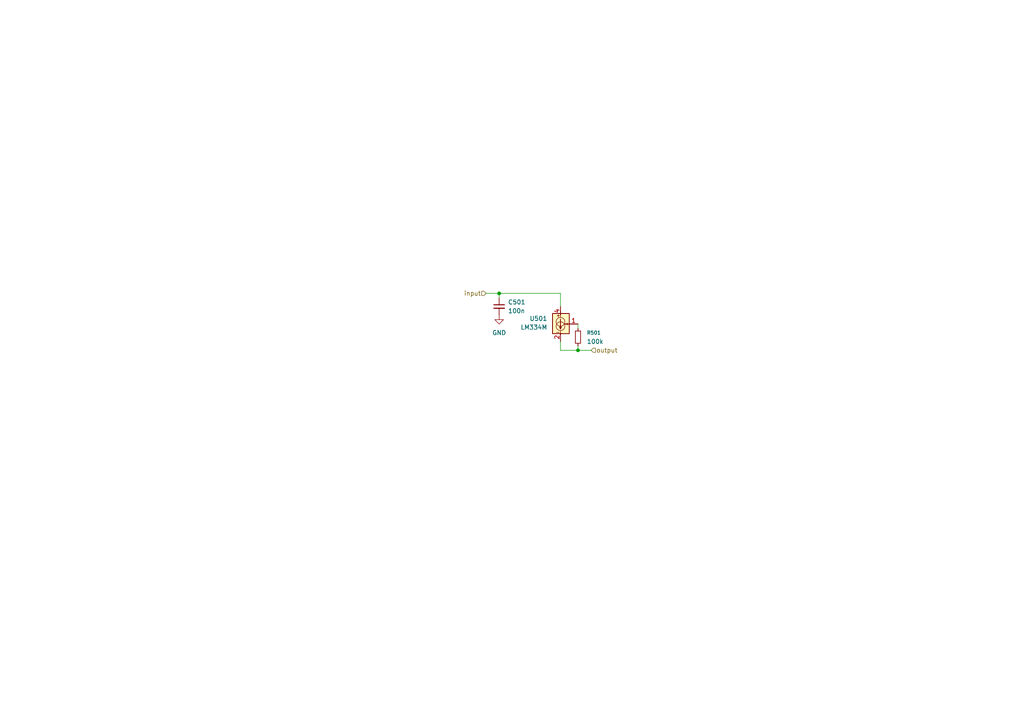
<source format=kicad_sch>
(kicad_sch (version 20250114) (generator "eeschema") (generator_version "9.0")
  (paper "A4")
  (lib_symbols
    (symbol "Device:C_Small" (pin_numbers (hide yes)) (pin_names (offset 0.254) (hide yes))
      (property "Reference" "C" (at 0.254 1.778 0))
      (property "Value" "C_Small" (at 0.254 -2.032 0))
      (symbol "C_Small_0_1"
        (polyline (pts (xy -1.524 0.508) (xy 1.524 0.508)) (stroke (width 0.3048)))
        (polyline (pts (xy -1.524 -0.508) (xy 1.524 -0.508)) (stroke (width 0.3302)))
      )
      (symbol "C_Small_1_1"
        (pin passive line (at 0 2.54 270) (length 2.032) (name "~") (number "1"))
        (pin passive line (at 0 -2.54 90) (length 2.032) (name "~") (number "2"))
      )
    )
    (symbol "Device:R_Small" (pin_numbers (hide yes)) (pin_names (offset 0.254) (hide yes))
      (property "Reference" "R" (at 0 0 90))
      (property "Value" "R_Small" (at 1.778 0 90))
      (symbol "R_Small_0_1"
        (rectangle (start -0.762 1.778) (end 0.762 -1.778) (stroke (width 0.2032)))
      )
      (symbol "R_Small_1_1"
        (pin passive line (at 0 2.54 270) (length 0.762) (name "~") (number "1"))
        (pin passive line (at 0 -2.54 90) (length 0.762) (name "~") (number "2"))
      )
    )
    (symbol "Reference_Current:LM334M"
      (property "Reference" "U" (at 0.635 6.35 0))
      (property "Value" "LM334M" (at 0.635 4.445 0))
      (symbol "LM334M_0_1"
        (rectangle (start -2.286 3.048) (end 2.54 -2.794) (stroke (width 0.254)) (fill (type background)))
        (polyline (pts (xy -1.143 -2.413) (xy -0.381 -2.413)))
        (polyline (pts (xy -1.016 2.413) (xy -0.254 2.413)))
        (polyline (pts (xy -0.635 2.794) (xy -0.635 2.032)))
        (polyline (pts (xy 0 3.81) (xy 0 1.905)))
        (polyline (pts (xy 0 1.397) (xy 0 -1.397)) (stroke (width 0.254)))
        (circle (center 0 0.635) (radius 1.27))
        (circle (center 0 -0.635) (radius 1.27))
        (polyline (pts (xy 0 -1.397) (xy -0.254 -0.889) (xy 0.254 -0.889) (xy 0 -1.397)) (stroke (width 0.254)))
        (polyline (pts (xy 0 -1.905) (xy 0 -3.175)))
        (polyline (pts (xy 1.27 0) (xy 2.159 0.254) (xy 2.159 -0.254) (xy 1.27 0)))
        (polyline (pts (xy 5.08 0) (xy 1.27 0)))
      )
      (symbol "LM334M_1_1"
        (pin passive line (at 0 5.08 270) (length 2.54) (name "~") (number "4"))
        (pin passive line (at 0 -5.08 90) (length 2.54) (name "~") (number "2"))
        (pin passive line (at 0 -5.08 90) (length 2.54) (hide yes) (name "~") (number "3"))
        (pin passive line (at 0 -5.08 90) (length 2.54) (hide yes) (name "~") (number "6"))
        (pin passive line (at 0 -5.08 90) (length 2.54) (hide yes) (name "~") (number "7"))
        (pin passive line (at 5.08 0 180) (length 2.54) (name "~") (number "1"))
      )
    )
    (symbol "power:GND" (power) (pin_numbers (hide yes)) (pin_names (offset 0) (hide yes))
      (property "Value" "GND" (at 0 -3.81 0))
      (symbol "GND_0_1"
        (polyline (pts (xy 0 0) (xy 0 -1.27) (xy 1.27 -1.27) (xy 0 -2.54) (xy -1.27 -1.27) (xy 0 -1.27)))
      )
      (symbol "GND_1_1"
        (pin power_in line (at 0 0 270) (length 0) (name "~") (number "1"))
      )
    )
  )
  (junction (at 144.78 85.09))
  (junction (at 167.64 101.6))
  (wire (pts (xy 162.56 85.09) (xy 162.56 88.9)))
  (wire (pts (xy 167.64 95.25) (xy 167.64 93.98)))
  (wire (pts (xy 144.78 86.36) (xy 144.78 85.09)))
  (wire (pts (xy 140.97 85.09) (xy 144.78 85.09)))
  (wire (pts (xy 167.64 101.6) (xy 167.64 100.33)))
  (wire (pts (xy 162.56 99.06) (xy 162.56 101.6)))
  (wire (pts (xy 162.56 101.6) (xy 167.64 101.6)))
  (wire (pts (xy 167.64 101.6) (xy 171.45 101.6)))
  (wire (pts (xy 144.78 85.09) (xy 162.56 85.09)))
  (hierarchical_label "output" (shape input) (at 171.45 101.6 0))
  (hierarchical_label "input" (shape input) (at 140.97 85.09 180))
  (symbol (lib_id "Reference_Current:LM334M") (at 162.56 93.98 0) (unit 1)
    (property "Reference" "U501" (at 158.75 92.3924 0) (effects (justify right)))
    (property "Value" "LM334M" (at 158.75 94.9324 0) (effects (justify right)))
    (property "Footprint" "Package_SO:SOIC-8_3.9x4.9mm_P1.27mm" (effects (hide yes)))
    (property "Datasheet" "http://www.ti.com/lit/ds/symlink/lm134.pdf" (effects (hide yes)))
    (property "Description" "1μA to 10mA 3-Terminal Adjustable Current Source, SO-8" (effects (hide yes)))
    (instances (project "TEST_PCB" (path "" (reference "U501") (unit 1))) (project "EPS" (path "" (reference "U6501") (unit 1))))
  )
  (symbol (lib_id "power:GND") (at 144.78 91.44 0) (unit 1)
    (property "Reference" "#PWR0501" (effects (hide yes)))
    (property "Value" "GND" (at 144.78 96.52 0))
    (property "Description" "Power symbol creates a global label with name \"GND\" , ground" (effects (hide yes)))
  )
  (symbol (lib_id "Device:C_Small") (at 144.78 88.9 0) (unit 1)
    (property "Reference" "C501" (at 147.32 87.6362 0) (effects (justify left)))
    (property "Value" "100n" (at 147.32 90.1762 0) (effects (justify left)))
    (property "Footprint" "Capacitor_SMD:C_0603_1608Metric_Pad1.08x0.95mm_HandSolder" (effects (hide yes)))
    (property "Description" "Unpolarized capacitor, small symbol" (effects (hide yes)))
  )
  (symbol (lib_id "Device:R_Small") (at 167.64 97.79 180) (unit 1)
    (property "Reference" "R501" (at 170.18 96.5199 0) (effects (font (size 1.016 1.016)) (justify right)))
    (property "Value" "100k" (at 170.18 99.0599 0) (effects (justify right)))
    (property "Footprint" "Resistor_SMD:R_0603_1608Metric_Pad0.98x0.95mm_HandSolder" (effects (hide yes)))
    (property "Description" "Resistor, small symbol" (effects (hide yes)))
    (instances (project "TEST_PCB" (path "" (reference "R501") (unit 1))) (project "EPS" (path "" (reference "R6502") (unit 1))))
  )
)
</source>
